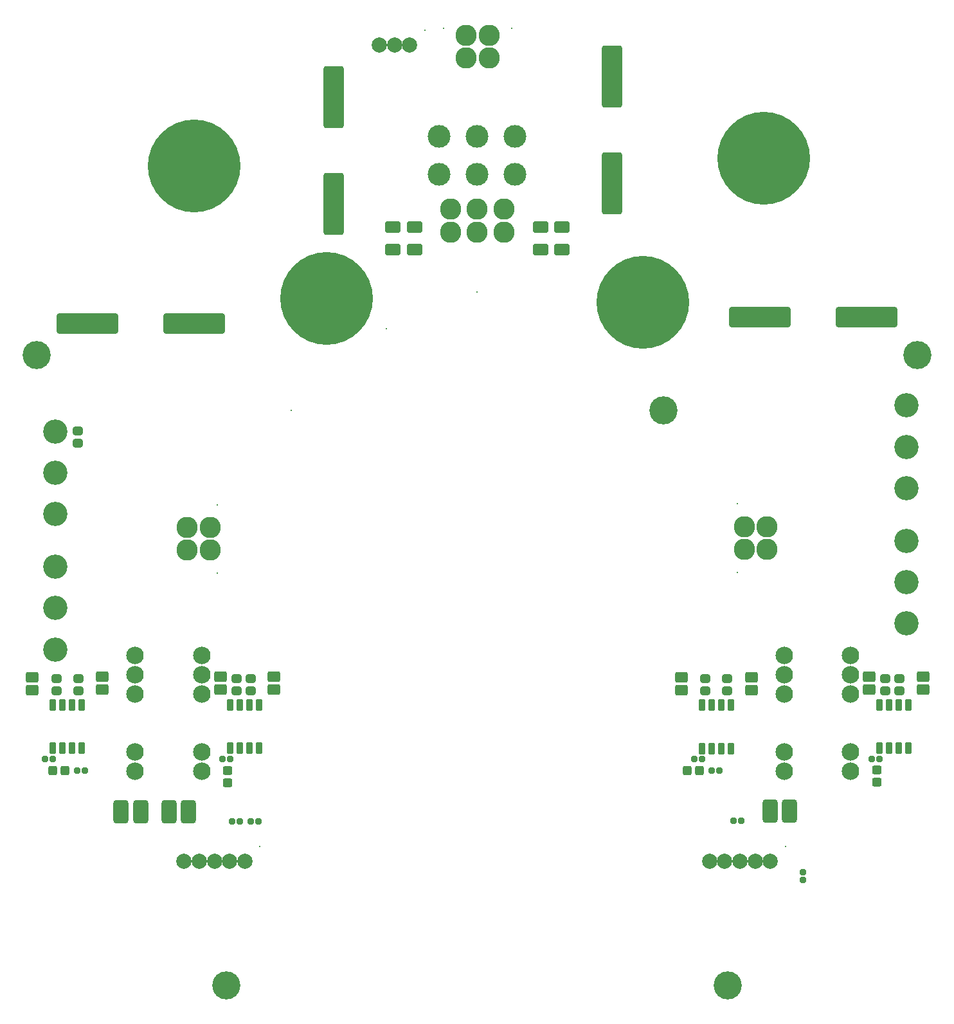
<source format=gts>
G04*
G04 #@! TF.GenerationSoftware,Altium Limited,Altium Designer,22.7.1 (60)*
G04*
G04 Layer_Color=8388736*
%FSLAX43Y43*%
%MOMM*%
G71*
G04*
G04 #@! TF.SameCoordinates,6C714445-BF0D-44DC-86B3-87104CAD25D8*
G04*
G04*
G04 #@! TF.FilePolarity,Negative*
G04*
G01*
G75*
G04:AMPARAMS|DCode=16|XSize=1.413mm|YSize=1.663mm|CornerRadius=0.253mm|HoleSize=0mm|Usage=FLASHONLY|Rotation=90.000|XOffset=0mm|YOffset=0mm|HoleType=Round|Shape=RoundedRectangle|*
%AMROUNDEDRECTD16*
21,1,1.413,1.158,0,0,90.0*
21,1,0.907,1.663,0,0,90.0*
1,1,0.506,0.579,0.454*
1,1,0.506,0.579,-0.454*
1,1,0.506,-0.579,-0.454*
1,1,0.506,-0.579,0.454*
%
%ADD16ROUNDEDRECTD16*%
G04:AMPARAMS|DCode=17|XSize=2.703mm|YSize=8.203mm|CornerRadius=0.414mm|HoleSize=0mm|Usage=FLASHONLY|Rotation=270.000|XOffset=0mm|YOffset=0mm|HoleType=Round|Shape=RoundedRectangle|*
%AMROUNDEDRECTD17*
21,1,2.703,7.375,0,0,270.0*
21,1,1.875,8.203,0,0,270.0*
1,1,0.828,-3.688,-0.938*
1,1,0.828,-3.688,0.938*
1,1,0.828,3.688,0.938*
1,1,0.828,3.688,-0.938*
%
%ADD17ROUNDEDRECTD17*%
G04:AMPARAMS|DCode=18|XSize=0.813mm|YSize=0.803mm|CornerRadius=0.177mm|HoleSize=0mm|Usage=FLASHONLY|Rotation=180.000|XOffset=0mm|YOffset=0mm|HoleType=Round|Shape=RoundedRectangle|*
%AMROUNDEDRECTD18*
21,1,0.813,0.450,0,0,180.0*
21,1,0.460,0.803,0,0,180.0*
1,1,0.353,-0.230,0.225*
1,1,0.353,0.230,0.225*
1,1,0.353,0.230,-0.225*
1,1,0.353,-0.230,-0.225*
%
%ADD18ROUNDEDRECTD18*%
G04:AMPARAMS|DCode=19|XSize=1.143mm|YSize=1.233mm|CornerRadius=0.219mm|HoleSize=0mm|Usage=FLASHONLY|Rotation=0.000|XOffset=0mm|YOffset=0mm|HoleType=Round|Shape=RoundedRectangle|*
%AMROUNDEDRECTD19*
21,1,1.143,0.795,0,0,0.0*
21,1,0.705,1.233,0,0,0.0*
1,1,0.438,0.353,-0.398*
1,1,0.438,-0.353,-0.398*
1,1,0.438,-0.353,0.398*
1,1,0.438,0.353,0.398*
%
%ADD19ROUNDEDRECTD19*%
G04:AMPARAMS|DCode=20|XSize=0.793mm|YSize=0.803mm|CornerRadius=0.175mm|HoleSize=0mm|Usage=FLASHONLY|Rotation=0.000|XOffset=0mm|YOffset=0mm|HoleType=Round|Shape=RoundedRectangle|*
%AMROUNDEDRECTD20*
21,1,0.793,0.453,0,0,0.0*
21,1,0.443,0.803,0,0,0.0*
1,1,0.351,0.221,-0.226*
1,1,0.351,-0.221,-0.226*
1,1,0.351,-0.221,0.226*
1,1,0.351,0.221,0.226*
%
%ADD20ROUNDEDRECTD20*%
G04:AMPARAMS|DCode=21|XSize=1.123mm|YSize=1.283mm|CornerRadius=0.217mm|HoleSize=0mm|Usage=FLASHONLY|Rotation=90.000|XOffset=0mm|YOffset=0mm|HoleType=Round|Shape=RoundedRectangle|*
%AMROUNDEDRECTD21*
21,1,1.123,0.850,0,0,90.0*
21,1,0.690,1.283,0,0,90.0*
1,1,0.433,0.425,0.345*
1,1,0.433,0.425,-0.345*
1,1,0.433,-0.425,-0.345*
1,1,0.433,-0.425,0.345*
%
%ADD21ROUNDEDRECTD21*%
G04:AMPARAMS|DCode=22|XSize=0.853mm|YSize=1.513mm|CornerRadius=0.183mm|HoleSize=0mm|Usage=FLASHONLY|Rotation=180.000|XOffset=0mm|YOffset=0mm|HoleType=Round|Shape=RoundedRectangle|*
%AMROUNDEDRECTD22*
21,1,0.853,1.148,0,0,180.0*
21,1,0.488,1.513,0,0,180.0*
1,1,0.366,-0.244,0.574*
1,1,0.366,0.244,0.574*
1,1,0.366,0.244,-0.574*
1,1,0.366,-0.244,-0.574*
%
%ADD22ROUNDEDRECTD22*%
G04:AMPARAMS|DCode=23|XSize=0.813mm|YSize=0.803mm|CornerRadius=0.177mm|HoleSize=0mm|Usage=FLASHONLY|Rotation=270.000|XOffset=0mm|YOffset=0mm|HoleType=Round|Shape=RoundedRectangle|*
%AMROUNDEDRECTD23*
21,1,0.813,0.450,0,0,270.0*
21,1,0.460,0.803,0,0,270.0*
1,1,0.353,-0.225,-0.230*
1,1,0.353,-0.225,0.230*
1,1,0.353,0.225,0.230*
1,1,0.353,0.225,-0.230*
%
%ADD23ROUNDEDRECTD23*%
G04:AMPARAMS|DCode=24|XSize=1.143mm|YSize=1.233mm|CornerRadius=0.219mm|HoleSize=0mm|Usage=FLASHONLY|Rotation=90.000|XOffset=0mm|YOffset=0mm|HoleType=Round|Shape=RoundedRectangle|*
%AMROUNDEDRECTD24*
21,1,1.143,0.795,0,0,90.0*
21,1,0.705,1.233,0,0,90.0*
1,1,0.438,0.398,0.353*
1,1,0.438,0.398,-0.353*
1,1,0.438,-0.398,-0.353*
1,1,0.438,-0.398,0.353*
%
%ADD24ROUNDEDRECTD24*%
G04:AMPARAMS|DCode=25|XSize=2.703mm|YSize=8.203mm|CornerRadius=0.414mm|HoleSize=0mm|Usage=FLASHONLY|Rotation=180.000|XOffset=0mm|YOffset=0mm|HoleType=Round|Shape=RoundedRectangle|*
%AMROUNDEDRECTD25*
21,1,2.703,7.375,0,0,180.0*
21,1,1.875,8.203,0,0,180.0*
1,1,0.828,-0.938,3.688*
1,1,0.828,0.938,3.688*
1,1,0.828,0.938,-3.688*
1,1,0.828,-0.938,-3.688*
%
%ADD25ROUNDEDRECTD25*%
G04:AMPARAMS|DCode=26|XSize=1.483mm|YSize=2.073mm|CornerRadius=0.262mm|HoleSize=0mm|Usage=FLASHONLY|Rotation=90.000|XOffset=0mm|YOffset=0mm|HoleType=Round|Shape=RoundedRectangle|*
%AMROUNDEDRECTD26*
21,1,1.483,1.550,0,0,90.0*
21,1,0.960,2.073,0,0,90.0*
1,1,0.523,0.775,0.480*
1,1,0.523,0.775,-0.480*
1,1,0.523,-0.775,-0.480*
1,1,0.523,-0.775,0.480*
%
%ADD26ROUNDEDRECTD26*%
G04:AMPARAMS|DCode=27|XSize=1.963mm|YSize=3.023mm|CornerRadius=0.322mm|HoleSize=0mm|Usage=FLASHONLY|Rotation=180.000|XOffset=0mm|YOffset=0mm|HoleType=Round|Shape=RoundedRectangle|*
%AMROUNDEDRECTD27*
21,1,1.963,2.380,0,0,180.0*
21,1,1.320,3.023,0,0,180.0*
1,1,0.643,-0.660,1.190*
1,1,0.643,0.660,1.190*
1,1,0.643,0.660,-1.190*
1,1,0.643,-0.660,-1.190*
%
%ADD27ROUNDEDRECTD27*%
%ADD28C,0.203*%
%ADD29C,3.003*%
%ADD30C,12.203*%
%ADD31C,2.803*%
%ADD32C,2.303*%
%ADD33C,3.703*%
%ADD34C,3.203*%
%ADD35C,2.003*%
D16*
X84625Y38955D02*
D03*
Y40645D02*
D03*
X91700Y40645D02*
D03*
X91700Y38955D02*
D03*
X6200Y40645D02*
D03*
X6200Y38955D02*
D03*
X-800Y38955D02*
D03*
X-800Y40645D02*
D03*
X-16400Y38955D02*
D03*
Y40645D02*
D03*
X-25600Y40570D02*
D03*
Y38880D02*
D03*
X69100Y38855D02*
D03*
Y40545D02*
D03*
X59900D02*
D03*
Y38855D02*
D03*
D17*
X-4240Y87150D02*
D03*
X-18300Y87150D02*
D03*
X70220Y87950D02*
D03*
X84280Y87950D02*
D03*
D18*
X3200Y21600D02*
D03*
X4200D02*
D03*
X63865Y28325D02*
D03*
X64865D02*
D03*
X1750Y21600D02*
D03*
X750Y21600D02*
D03*
X-19700Y28275D02*
D03*
X-18700D02*
D03*
X66800Y21700D02*
D03*
X67800D02*
D03*
D19*
X62300Y28325D02*
D03*
X60700Y28325D02*
D03*
X-22905Y28275D02*
D03*
X-21305Y28275D02*
D03*
D20*
X61570Y29855D02*
D03*
X62595Y29855D02*
D03*
X84960Y29855D02*
D03*
X85985Y29855D02*
D03*
X-530Y29805D02*
D03*
X495Y29805D02*
D03*
X-23930Y29805D02*
D03*
X-22905Y29805D02*
D03*
D21*
X65925Y38800D02*
D03*
Y40400D02*
D03*
X63050Y38800D02*
D03*
Y40400D02*
D03*
X86700Y38825D02*
D03*
Y40425D02*
D03*
X3150Y38820D02*
D03*
Y40420D02*
D03*
X1275Y38820D02*
D03*
Y40420D02*
D03*
X-22425Y38825D02*
D03*
Y40425D02*
D03*
X-19550Y38825D02*
D03*
Y40425D02*
D03*
X88575Y38825D02*
D03*
Y40425D02*
D03*
X-19600Y71400D02*
D03*
Y73000D02*
D03*
D22*
X66405Y36900D02*
D03*
X65135D02*
D03*
X62595D02*
D03*
X66405Y31200D02*
D03*
X65135D02*
D03*
X63865D02*
D03*
X62595D02*
D03*
X63865Y36900D02*
D03*
X89780Y36925D02*
D03*
X88510D02*
D03*
X85970D02*
D03*
X89780Y31225D02*
D03*
X88510D02*
D03*
X87240D02*
D03*
X85970D02*
D03*
X87240Y36925D02*
D03*
X4305Y36925D02*
D03*
X3035D02*
D03*
X495D02*
D03*
X4305Y31225D02*
D03*
X3035D02*
D03*
X1765D02*
D03*
X495D02*
D03*
X1765Y36925D02*
D03*
X-19095D02*
D03*
X-20365D02*
D03*
X-22905D02*
D03*
X-19095Y31225D02*
D03*
X-20365D02*
D03*
X-21635D02*
D03*
X-22905D02*
D03*
X-21635Y36925D02*
D03*
D23*
X75900Y13900D02*
D03*
X75900Y14900D02*
D03*
D24*
X85640Y28375D02*
D03*
X85640Y26775D02*
D03*
X150Y28325D02*
D03*
X150Y26725D02*
D03*
D25*
X14100Y102920D02*
D03*
Y116980D02*
D03*
X50800Y105620D02*
D03*
X50800Y119680D02*
D03*
D26*
X24724Y96872D02*
D03*
X24724Y99872D02*
D03*
X21924Y96872D02*
D03*
X21924Y99872D02*
D03*
X41324Y96872D02*
D03*
Y99872D02*
D03*
X44124Y96872D02*
D03*
Y99872D02*
D03*
D27*
X-13895Y22875D02*
D03*
X-11305Y22875D02*
D03*
X74145Y22925D02*
D03*
X71555Y22925D02*
D03*
X-7595Y22900D02*
D03*
X-5005Y22900D02*
D03*
D28*
X21000Y86500D02*
D03*
X28550Y126040D02*
D03*
X37550D02*
D03*
X8500Y75750D02*
D03*
X67235Y63400D02*
D03*
Y54400D02*
D03*
X-1235Y63300D02*
D03*
Y54300D02*
D03*
X33000Y91290D02*
D03*
X26100Y125725D02*
D03*
X4400Y18300D02*
D03*
X73600D02*
D03*
D29*
X28000Y111750D02*
D03*
X33000Y111750D02*
D03*
X38000D02*
D03*
X28000Y106750D02*
D03*
X33000Y106750D02*
D03*
X38000Y106750D02*
D03*
D30*
X13163Y90448D02*
D03*
X-4302Y107913D02*
D03*
X70713Y108879D02*
D03*
X54836Y89957D02*
D03*
D31*
X31550Y122100D02*
D03*
X34550D02*
D03*
X31550Y125100D02*
D03*
X34550D02*
D03*
X68175Y60400D02*
D03*
Y57400D02*
D03*
X71175Y60400D02*
D03*
Y57400D02*
D03*
X-5175Y60300D02*
D03*
Y57300D02*
D03*
X-2175Y60300D02*
D03*
Y57300D02*
D03*
X29500Y102200D02*
D03*
X33000D02*
D03*
X36500D02*
D03*
X29500Y99200D02*
D03*
X33000D02*
D03*
X36500D02*
D03*
D32*
X73460Y43480D02*
D03*
Y38400D02*
D03*
Y28240D02*
D03*
Y30780D02*
D03*
Y40940D02*
D03*
X-12040Y43480D02*
D03*
Y38400D02*
D03*
Y28240D02*
D03*
Y30780D02*
D03*
Y40940D02*
D03*
X82140D02*
D03*
Y30780D02*
D03*
Y28240D02*
D03*
Y38400D02*
D03*
Y43480D02*
D03*
X-3300Y40940D02*
D03*
Y30780D02*
D03*
Y28240D02*
D03*
Y38400D02*
D03*
Y43480D02*
D03*
D33*
X0Y0D02*
D03*
X66000D02*
D03*
X57500Y75750D02*
D03*
X91000Y83000D02*
D03*
X-25000D02*
D03*
D34*
X-22600Y62050D02*
D03*
X-22600Y67500D02*
D03*
Y72950D02*
D03*
X-22600Y44250D02*
D03*
X-22600Y49700D02*
D03*
X-22600Y55150D02*
D03*
X89500Y58550D02*
D03*
X89500Y53100D02*
D03*
X89500Y47650D02*
D03*
X89500Y76350D02*
D03*
X89500Y70900D02*
D03*
X89500Y65450D02*
D03*
D35*
X24100Y123825D02*
D03*
X22100D02*
D03*
X20100D02*
D03*
X2400Y16400D02*
D03*
X-5600D02*
D03*
X-3600D02*
D03*
X-1600D02*
D03*
X400D02*
D03*
X71600D02*
D03*
X63600D02*
D03*
X65600D02*
D03*
X67600D02*
D03*
X69600D02*
D03*
M02*

</source>
